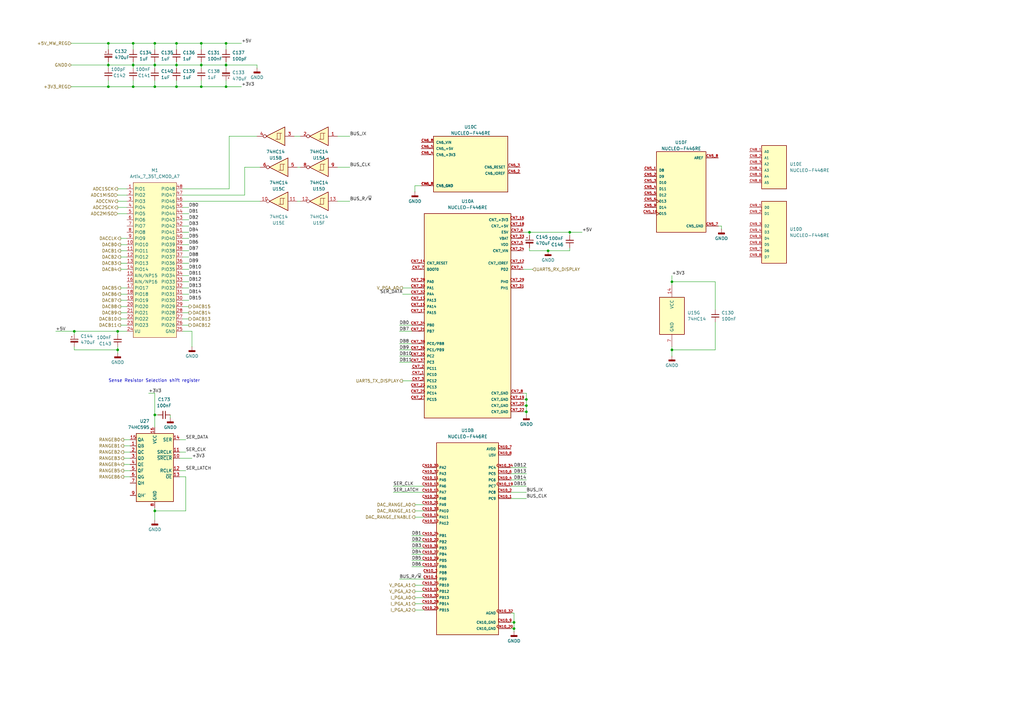
<source format=kicad_sch>
(kicad_sch (version 20231120) (generator "eeschema") (generator_version "8.0")
  (paper "A3")
  (lib_symbols
    (symbol "74xx:74HC14" (pin_names (offset 1.016))
      (property "Reference" "U" (at 0 1.27 0))
      (property "Value" "74HC14" (at 0 -1.27 0))
      (symbol "74HC14_1_0"
        (pin input line (at -7.62 0 0) (length 3.81) (name "~") (number "1"))
        (pin output inverted (at 7.62 0 180) (length 3.81) (name "~") (number "2"))
      )
      (symbol "74HC14_2_0"
        (pin input line (at -7.62 0 0) (length 3.81) (name "~") (number "3"))
        (pin output inverted (at 7.62 0 180) (length 3.81) (name "~") (number "4"))
      )
      (symbol "74HC14_3_0"
        (pin input line (at -7.62 0 0) (length 3.81) (name "~") (number "5"))
        (pin output inverted (at 7.62 0 180) (length 3.81) (name "~") (number "6"))
      )
      (symbol "74HC14_4_0"
        (pin output inverted (at 7.62 0 180) (length 3.81) (name "~") (number "8"))
        (pin input line (at -7.62 0 0) (length 3.81) (name "~") (number "9"))
      )
      (symbol "74HC14_5_0"
        (pin output inverted (at 7.62 0 180) (length 3.81) (name "~") (number "10"))
        (pin input line (at -7.62 0 0) (length 3.81) (name "~") (number "11"))
      )
      (symbol "74HC14_6_0"
        (pin output inverted (at 7.62 0 180) (length 3.81) (name "~") (number "12"))
        (pin input line (at -7.62 0 0) (length 3.81) (name "~") (number "13"))
      )
      (symbol "74HC14_7_0"
        (pin power_in line (at 0 12.7 270) (length 5.08) (name "VCC") (number "14"))
        (pin power_in line (at 0 -12.7 90) (length 5.08) (name "GND") (number "7"))
      )
    )
    (symbol "74xx:74HC595"
      (property "Reference" "U" (at -7.62 13.97 0))
      (property "Value" "74HC595" (at -7.62 -16.51 0))
      (symbol "74HC595_1_0"
        (pin tri_state line (at 10.16 7.62 180) (length 2.54) (name "QB") (number "1"))
        (pin input line (at -10.16 2.54 0) (length 2.54) (name "~{SRCLR}") (number "10"))
        (pin input line (at -10.16 5.08 0) (length 2.54) (name "SRCLK") (number "11"))
        (pin input line (at -10.16 -2.54 0) (length 2.54) (name "RCLK") (number "12"))
        (pin input line (at -10.16 -5.08 0) (length 2.54) (name "~{OE}") (number "13"))
        (pin input line (at -10.16 10.16 0) (length 2.54) (name "SER") (number "14"))
        (pin tri_state line (at 10.16 10.16 180) (length 2.54) (name "QA") (number "15"))
        (pin power_in line (at 0 15.24 270) (length 2.54) (name "VCC") (number "16"))
        (pin tri_state line (at 10.16 5.08 180) (length 2.54) (name "QC") (number "2"))
        (pin tri_state line (at 10.16 2.54 180) (length 2.54) (name "QD") (number "3"))
        (pin tri_state line (at 10.16 0 180) (length 2.54) (name "QE") (number "4"))
        (pin tri_state line (at 10.16 -2.54 180) (length 2.54) (name "QF") (number "5"))
        (pin tri_state line (at 10.16 -5.08 180) (length 2.54) (name "QG") (number "6"))
        (pin tri_state line (at 10.16 -7.62 180) (length 2.54) (name "QH") (number "7"))
        (pin power_in line (at 0 -17.78 90) (length 2.54) (name "GND") (number "8"))
        (pin output line (at 10.16 -12.7 180) (length 2.54) (name "QH'") (number "9"))
      )
    )
    (symbol "Device:C_Polarized_Small" (pin_numbers hide) (pin_names (offset 0.254) hide)
      (property "Reference" "C" (at 0.254 1.778 0))
      (property "Value" "C_Polarized_Small" (at 0.254 -2.032 0))
      (symbol "C_Polarized_Small_1_1"
        (pin passive line (at 0 2.54 270) (length 1.8542) (name "~") (number "1"))
        (pin passive line (at 0 -2.54 90) (length 1.8542) (name "~") (number "2"))
      )
    )
    (symbol "Device:C_Small" (pin_numbers hide) (pin_names (offset 0.254) hide)
      (property "Reference" "C" (at 0.254 1.778 0))
      (property "Value" "C_Small" (at 0.254 -2.032 0))
      (symbol "C_Small_1_1"
        (pin passive line (at 0 2.54 270) (length 2.032) (name "~") (number "1"))
        (pin passive line (at 0 -2.54 90) (length 2.032) (name "~") (number "2"))
      )
    )
    (symbol "JRIX FPGA:Artix_7_35T_CMOD_A7"
      (property "Reference" "M" (at 8.89 -62.23 0))
      (property "Value" "Artix_7_35T_CMOD_A7" (at 8.89 3.81 0))
      (symbol "Artix_7_35T_CMOD_A7_1_1"
        (pin bidirectional line (at -2.54 0 0) (length 2.54) (name "PIO1") (number "1"))
        (pin bidirectional line (at -2.54 -22.86 0) (length 2.54) (name "PIO10") (number "10"))
        (pin bidirectional line (at -2.54 -25.4 0) (length 2.54) (name "PIO11") (number "11"))
        (pin bidirectional line (at -2.54 -27.94 0) (length 2.54) (name "PIO12") (number "12"))
        (pin bidirectional line (at -2.54 -30.48 0) (length 2.54) (name "PIO13") (number "13"))
        (pin bidirectional line (at -2.54 -33.02 0) (length 2.54) (name "PIO14") (number "14"))
        (pin input line (at -2.54 -35.56 0) (length 2.54) (name "AIN/NP15") (number "15"))
        (pin input line (at -2.54 -38.1 0) (length 2.54) (name "AIN/NP16") (number "16"))
        (pin bidirectional line (at -2.54 -40.64 0) (length 2.54) (name "PIO17") (number "17"))
        (pin bidirectional line (at -2.54 -43.18 0) (length 2.54) (name "PIO18") (number "18"))
        (pin bidirectional line (at -2.54 -45.72 0) (length 2.54) (name "PIO19") (number "19"))
        (pin bidirectional line (at -2.54 -2.54 0) (length 2.54) (name "PIO2") (number "2"))
        (pin bidirectional line (at -2.54 -48.26 0) (length 2.54) (name "PIO20") (number "20"))
        (pin bidirectional line (at -2.54 -50.8 0) (length 2.54) (name "PIO21") (number "21"))
        (pin bidirectional line (at -2.54 -53.34 0) (length 2.54) (name "PIO22") (number "22"))
        (pin bidirectional line (at -2.54 -55.88 0) (length 2.54) (name "PIO23") (number "23"))
        (pin power_in line (at -2.54 -58.42 0) (length 2.54) (name "VU") (number "24"))
        (pin power_in line (at 20.32 -58.42 180) (length 2.54) (name "GND") (number "25"))
        (pin bidirectional line (at 20.32 -55.88 180) (length 2.54) (name "PIO26") (number "26"))
        (pin bidirectional line (at 20.32 -53.34 180) (length 2.54) (name "PIO27") (number "27"))
        (pin bidirectional line (at 20.32 -50.8 180) (length 2.54) (name "PIO28") (number "28"))
        (pin bidirectional line (at 20.32 -48.26 180) (length 2.54) (name "PIO29") (number "29"))
        (pin bidirectional line (at -2.54 -5.08 0) (length 2.54) (name "PIO3") (number "3"))
        (pin bidirectional line (at 20.32 -45.72 180) (length 2.54) (name "PIO30") (number "30"))
        (pin bidirectional line (at 20.32 -43.18 180) (length 2.54) (name "PIO31") (number "31"))
        (pin bidirectional line (at 20.32 -40.64 180) (length 2.54) (name "PIO32") (number "32"))
        (pin bidirectional line (at 20.32 -38.1 180) (length 2.54) (name "PIO33") (number "33"))
        (pin bidirectional line (at 20.32 -35.56 180) (length 2.54) (name "PIO34") (number "34"))
        (pin bidirectional line (at 20.32 -33.02 180) (length 2.54) (name "PIO35") (number "35"))
        (pin bidirectional line (at 20.32 -30.48 180) (length 2.54) (name "PIO36") (number "36"))
        (pin bidirectional line (at 20.32 -27.94 180) (length 2.54) (name "PIO37") (number "37"))
        (pin bidirectional line (at 20.32 -25.4 180) (length 2.54) (name "PIO38") (number "38"))
        (pin bidirectional line (at 20.32 -22.86 180) (length 2.54) (name "PIO39") (number "39"))
        (pin bidirectional line (at -2.54 -7.62 0) (length 2.54) (name "PIO4") (number "4"))
        (pin bidirectional line (at 20.32 -20.32 180) (length 2.54) (name "PIO40") (number "40"))
        (pin bidirectional line (at 20.32 -17.78 180) (length 2.54) (name "PIO41") (number "41"))
        (pin bidirectional line (at 20.32 -15.24 180) (length 2.54) (name "PIO42") (number "42"))
        (pin bidirectional line (at 20.32 -12.7 180) (length 2.54) (name "PIO43") (number "43"))
        (pin bidirectional line (at 20.32 -10.16 180) (length 2.54) (name "PIO44") (number "44"))
        (pin bidirectional line (at 20.32 -7.62 180) (length 2.54) (name "PIO45") (number "45"))
        (pin bidirectional line (at 20.32 -5.08 180) (length 2.54) (name "PIO46") (number "46"))
        (pin bidirectional line (at 20.32 -2.54 180) (length 2.54) (name "PIO47") (number "47"))
        (pin bidirectional line (at 20.32 0 180) (length 2.54) (name "PIO48") (number "48"))
        (pin bidirectional line (at -2.54 -10.16 0) (length 2.54) (name "PIO5") (number "5"))
        (pin bidirectional line (at -2.54 -12.7 0) (length 2.54) (name "PIO6") (number "6"))
        (pin bidirectional line (at -2.54 -15.24 0) (length 2.54) (name "PIO7") (number "7"))
        (pin bidirectional line (at -2.54 -17.78 0) (length 2.54) (name "PIO8") (number "8"))
        (pin bidirectional line (at -2.54 -20.32 0) (length 2.54) (name "PIO9") (number "9"))
      )
    )
    (symbol "JRIX STM32 Development Boards:NUCLEO-F446RE" (pin_names (offset 1.016))
      (property "Reference" "U" (at -17.78 41.91 0))
      (property "Value" "NUCLEO-F446RE" (at -17.78 -44.45 0))
      (symbol "NUCLEO-F446RE_1_0"
        (pin bidirectional line (at -22.86 -25.4 0) (length 5.08) (name "PC10") (number "CN7_1"))
        (pin no_connect line (at -22.86 33.02 0) (length 5.08) hide (name "NC") (number "CN7_10"))
        (pin no_connect line (at -22.86 30.48 0) (length 5.08) hide (name "PF7") (number "CN7_11"))
        (pin bidirectional line (at 22.86 20.32 180) (length 5.08) (name "CN7_IOREF") (number "CN7_12"))
        (pin bidirectional line (at -22.86 5.08 0) (length 5.08) (name "PA13") (number "CN7_13"))
        (pin bidirectional line (at -22.86 20.32 0) (length 5.08) (name "CN7_RESET") (number "CN7_14"))
        (pin bidirectional line (at -22.86 2.54 0) (length 5.08) (name "PA14") (number "CN7_15"))
        (pin power_in line (at 22.86 38.1 180) (length 5.08) (name "CN7_+3V3") (number "CN7_16"))
        (pin bidirectional line (at -22.86 0 0) (length 5.08) (name "PA15") (number "CN7_17"))
        (pin power_in line (at 22.86 35.56 180) (length 5.08) (name "CN7_+5V") (number "CN7_18"))
        (pin power_in line (at 22.86 -35.56 180) (length 5.08) (name "CN7_GND") (number "CN7_19"))
        (pin bidirectional line (at -22.86 -22.86 0) (length 5.08) (name "PC11") (number "CN7_2"))
        (pin power_in line (at 22.86 -38.1 180) (length 5.08) (name "CN7_GND") (number "CN7_20"))
        (pin bidirectional line (at -22.86 -7.62 0) (length 5.08) (name "PB7") (number "CN7_21"))
        (pin power_in line (at 22.86 -40.64 180) (length 5.08) (name "CN7_GND") (number "CN7_22"))
        (pin bidirectional line (at -22.86 -30.48 0) (length 5.08) (name "PC13") (number "CN7_23"))
        (pin power_in line (at 22.86 25.4 180) (length 5.08) (name "CN7_VIN") (number "CN7_24"))
        (pin bidirectional line (at -22.86 -33.02 0) (length 5.08) (name "PC14") (number "CN7_25"))
        (pin no_connect line (at -22.86 38.1 0) (length 5.08) hide (name "NC") (number "CN7_26"))
        (pin bidirectional line (at -22.86 -35.56 0) (length 5.08) (name "PC15") (number "CN7_27"))
        (pin bidirectional line (at -22.86 12.7 0) (length 5.08) (name "PA0") (number "CN7_28"))
        (pin bidirectional line (at 22.86 12.7 180) (length 5.08) (name "PH0") (number "CN7_29"))
        (pin bidirectional line (at -22.86 -27.94 0) (length 5.08) (name "PC12") (number "CN7_3"))
        (pin bidirectional line (at -22.86 10.16 0) (length 5.08) (name "PA1") (number "CN7_30"))
        (pin bidirectional line (at 22.86 10.16 180) (length 5.08) (name "PH1") (number "CN7_31"))
        (pin bidirectional line (at -22.86 7.62 0) (length 5.08) (name "PA4") (number "CN7_32"))
        (pin power_in line (at 22.86 30.48 180) (length 5.08) (name "VBAT") (number "CN7_33"))
        (pin bidirectional line (at -22.86 -5.08 0) (length 5.08) (name "PB0") (number "CN7_34"))
        (pin bidirectional line (at -22.86 -17.78 0) (length 5.08) (name "PC2") (number "CN7_35"))
        (pin bidirectional line (at -22.86 -15.24 0) (length 5.08) (name "PC1/PB9") (number "CN7_36"))
        (pin bidirectional line (at -22.86 -20.32 0) (length 5.08) (name "PC3") (number "CN7_37"))
        (pin bidirectional line (at -22.86 -12.7 0) (length 5.08) (name "PC0/PB8") (number "CN7_38"))
        (pin bidirectional line (at 22.86 17.78 180) (length 5.08) (name "PD2") (number "CN7_4"))
        (pin power_in line (at 22.86 27.94 180) (length 5.08) (name "VDD") (number "CN7_5"))
        (pin power_in line (at 22.86 33.02 180) (length 5.08) (name "E5V") (number "CN7_6"))
        (pin bidirectional line (at -22.86 17.78 0) (length 5.08) (name "BOOT0") (number "CN7_7"))
        (pin power_in line (at 22.86 -33.02 180) (length 5.08) (name "CN7_GND") (number "CN7_8"))
        (pin no_connect line (at -22.86 35.56 0) (length 5.08) hide (name "PF6") (number "CN7_9"))
      )
      (symbol "NUCLEO-F446RE_2_0"
        (pin bidirectional line (at 17.78 15.24 180) (length 5.08) (name "PC9") (number "CN10_1"))
        (pin no_connect line (at -17.78 33.02 0) (length 5.08) hide (name "NC") (number "CN10_10"))
        (pin bidirectional line (at -17.78 22.86 0) (length 5.08) (name "PA5") (number "CN10_11"))
        (pin bidirectional line (at -17.78 5.08 0) (length 5.08) (name "PA12") (number "CN10_12"))
        (pin bidirectional line (at -17.78 20.32 0) (length 5.08) (name "PA6") (number "CN10_13"))
        (pin bidirectional line (at -17.78 7.62 0) (length 5.08) (name "PA11") (number "CN10_14"))
        (pin bidirectional line (at -17.78 17.78 0) (length 5.08) (name "PA7") (number "CN10_15"))
        (pin bidirectional line (at -17.78 -22.86 0) (length 5.08) (name "PB12") (number "CN10_16"))
        (pin bidirectional line (at -17.78 -12.7 0) (length 5.08) (name "PB6") (number "CN10_17"))
        (pin no_connect line (at -17.78 30.48 0) (length 5.08) hide (name "NC") (number "CN10_18"))
        (pin bidirectional line (at 17.78 20.32 180) (length 5.08) (name "PC7") (number "CN10_19"))
        (pin bidirectional line (at 17.78 17.78 180) (length 5.08) (name "PC8") (number "CN10_2"))
        (pin power_in line (at 17.78 -38.1 180) (length 5.08) (name "CN10_GND") (number "CN10_20"))
        (pin bidirectional line (at -17.78 12.7 0) (length 5.08) (name "PA9") (number "CN10_21"))
        (pin bidirectional line (at -17.78 -2.54 0) (length 5.08) (name "PB2") (number "CN10_22"))
        (pin bidirectional line (at -17.78 15.24 0) (length 5.08) (name "PA8") (number "CN10_23"))
        (pin bidirectional line (at -17.78 0 0) (length 5.08) (name "PB1") (number "CN10_24"))
        (pin bidirectional line (at -17.78 -20.32 0) (length 5.08) (name "PB10") (number "CN10_25"))
        (pin bidirectional line (at -17.78 -30.48 0) (length 5.08) (name "PB15") (number "CN10_26"))
        (pin bidirectional line (at -17.78 -7.62 0) (length 5.08) (name "PB4") (number "CN10_27"))
        (pin bidirectional line (at -17.78 -27.94 0) (length 5.08) (name "PB14") (number "CN10_28"))
        (pin bidirectional line (at -17.78 -10.16 0) (length 5.08) (name "PB5") (number "CN10_29"))
        (pin bidirectional line (at -17.78 -15.24 0) (length 5.08) (name "PB8") (number "CN10_3"))
        (pin bidirectional line (at -17.78 -25.4 0) (length 5.08) (name "PB13") (number "CN10_30"))
        (pin bidirectional line (at -17.78 -5.08 0) (length 5.08) (name "PB3") (number "CN10_31"))
        (pin power_in line (at 17.78 -31.75 180) (length 5.08) (name "AGND") (number "CN10_32"))
        (pin bidirectional line (at -17.78 10.16 0) (length 5.08) (name "PA10") (number "CN10_33"))
        (pin bidirectional line (at 17.78 27.94 180) (length 5.08) (name "PC4") (number "CN10_34"))
        (pin bidirectional line (at -17.78 27.94 0) (length 5.08) (name "PA2") (number "CN10_35"))
        (pin no_connect line (at 17.78 11.43 180) (length 5.08) hide (name "NC") (number "CN10_36"))
        (pin bidirectional line (at -17.78 25.4 0) (length 5.08) (name "PA3") (number "CN10_37"))
        (pin no_connect line (at -17.78 35.56 0) (length 5.08) hide (name "NC") (number "CN10_38"))
        (pin bidirectional line (at 17.78 22.86 180) (length 5.08) (name "PC6") (number "CN10_4"))
        (pin bidirectional line (at -17.78 -17.78 0) (length 5.08) (name "PB9") (number "CN10_5"))
        (pin bidirectional line (at 17.78 25.4 180) (length 5.08) (name "PC5") (number "CN10_6"))
        (pin power_in line (at 17.78 35.56 180) (length 5.08) (name "AVDD") (number "CN10_7"))
        (pin power_in line (at 17.78 33.02 180) (length 5.08) (name "U5V") (number "CN10_8"))
        (pin power_in line (at 17.78 -35.56 180) (length 5.08) (name "CN10_GND") (number "CN10_9"))
      )
      (symbol "NUCLEO-F446RE_3_0"
        (pin no_connect line (at -20.32 -8.89 0) (length 5.08) hide (name "NC") (number "CN6_1"))
        (pin bidirectional line (at -20.32 -5.08 0) (length 5.08) (name "CN6_IOREF") (number "CN6_2"))
        (pin bidirectional line (at -20.32 -2.54 0) (length 5.08) (name "CN6_RESET") (number "CN6_3"))
        (pin power_in line (at 20.32 2.54 180) (length 5.08) (name "CN6_+3V3") (number "CN6_4"))
        (pin power_in line (at 20.32 5.08 180) (length 5.08) (name "CN6_+5V") (number "CN6_5"))
        (pin power_in line (at 20.32 -10.16 180) (length 5.08) (name "CN6_GND") (number "CN6_6"))
        (pin power_in line (at 20.32 -10.16 180) (length 5.08) (name "CN6_GND") (number "CN6_7"))
        (pin power_in line (at 20.32 7.62 180) (length 5.08) (name "CN6_VIN") (number "CN6_8"))
      )
      (symbol "NUCLEO-F446RE_4_0"
        (pin input line (at -10.16 10.16 0) (length 5.08) (name "D0") (number "CN9_1"))
        (pin output line (at -10.16 7.62 0) (length 5.08) (name "D1") (number "CN9_2"))
        (pin bidirectional line (at -10.16 2.54 0) (length 5.08) (name "D2") (number "CN9_3"))
        (pin bidirectional line (at -10.16 0 0) (length 5.08) (name "D3") (number "CN9_4"))
        (pin bidirectional line (at -10.16 -2.54 0) (length 5.08) (name "D4") (number "CN9_5"))
        (pin bidirectional line (at -10.16 -5.08 0) (length 5.08) (name "D5") (number "CN9_6"))
        (pin bidirectional line (at -10.16 -7.62 0) (length 5.08) (name "D6") (number "CN9_7"))
        (pin bidirectional line (at -10.16 -10.16 0) (length 5.08) (name "D7") (number "CN9_8"))
      )
      (symbol "NUCLEO-F446RE_5_0"
        (pin input line (at -10.16 5.08 0) (length 5.08) (name "A0") (number "CN8_1"))
        (pin input line (at -10.16 2.54 0) (length 5.08) (name "A1") (number "CN8_2"))
        (pin input line (at -10.16 0 0) (length 5.08) (name "A2") (number "CN8_3"))
        (pin input line (at -10.16 -2.54 0) (length 5.08) (name "A3") (number "CN8_4"))
        (pin input line (at -10.16 -5.08 0) (length 5.08) (name "A4") (number "CN8_5"))
        (pin input line (at -10.16 -7.62 0) (length 5.08) (name "A5") (number "CN8_6"))
      )
      (symbol "NUCLEO-F446RE_6_0"
        (pin bidirectional line (at -15.24 7.62 0) (length 5.08) (name "D8") (number "CN5_1"))
        (pin bidirectional clock (at -15.24 -10.16 0) (length 5.08) (name "D15") (number "CN5_10"))
        (pin bidirectional line (at -15.24 5.08 0) (length 5.08) (name "D9") (number "CN5_2"))
        (pin bidirectional line (at -15.24 2.54 0) (length 5.08) (name "D10") (number "CN5_3"))
        (pin bidirectional line (at -15.24 0 0) (length 5.08) (name "D11") (number "CN5_4"))
        (pin bidirectional line (at -15.24 -2.54 0) (length 5.08) (name "D12") (number "CN5_5"))
        (pin bidirectional clock (at -15.24 -5.08 0) (length 5.08) (name "D13") (number "CN5_6"))
        (pin power_in line (at 15.24 -15.24 180) (length 5.08) (name "CN5_GND") (number "CN5_7"))
        (pin power_in line (at 15.24 12.7 180) (length 5.08) (name "AREF") (number "CN5_8"))
        (pin bidirectional line (at -15.24 -7.62 0) (length 5.08) (name "D14") (number "CN5_9"))
      )
    )
    (symbol "power:GNDD" (power) (pin_numbers hide) (pin_names (offset 0) hide)
      (property "Value" "GNDD" (at 0 -3.175 0))
      (symbol "GNDD_1_1"
        (pin power_in line (at 0 0 270) (length 0) (name "~") (number "1"))
      )
    )
  )
  (junction (at 30.48 135.89))
  (junction (at 82.55 26.67))
  (junction (at 63.5 26.67))
  (junction (at 72.39 26.67))
  (junction (at 44.45 26.67))
  (junction (at 82.55 17.78))
  (junction (at 233.68 95.25))
  (junction (at 48.26 143.51))
  (junction (at 215.9 166.37))
  (junction (at 217.17 95.25))
  (junction (at 210.82 255.27))
  (junction (at 44.45 17.78))
  (junction (at 92.71 17.78))
  (junction (at 92.71 35.56))
  (junction (at 215.9 163.83))
  (junction (at 54.61 26.67))
  (junction (at 224.79 102.87))
  (junction (at 63.5 17.78))
  (junction (at 92.71 26.67))
  (junction (at 210.82 257.81))
  (junction (at 63.5 170.18))
  (junction (at 82.55 35.56))
  (junction (at 63.5 209.55))
  (junction (at 72.39 35.56))
  (junction (at 54.61 17.78))
  (junction (at 44.45 35.56))
  (junction (at 54.61 35.56))
  (junction (at 275.59 115.57))
  (junction (at 63.5 35.56))
  (junction (at 215.9 168.91))
  (junction (at 48.26 135.89))
  (junction (at 275.59 143.51))
  (junction (at 72.39 17.78))
  (wire (pts (xy 224.79 102.87) (xy 233.68 102.87)))
  (wire (pts (xy 74.93 97.79) (xy 77.47 97.79)))
  (wire (pts (xy 72.39 35.56) (xy 72.39 33.02)))
  (wire (pts (xy 74.93 105.41) (xy 77.47 105.41)))
  (wire (pts (xy 161.29 199.39) (xy 173.99 199.39)))
  (wire (pts (xy 74.93 125.73) (xy 77.47 125.73)))
  (wire (pts (xy 72.39 25.4) (xy 72.39 26.67)))
  (wire (pts (xy 50.8 193.04) (xy 53.34 193.04)))
  (wire (pts (xy 165.1 118.11) (xy 168.91 118.11)))
  (wire (pts (xy 92.71 35.56) (xy 99.06 35.56)))
  (wire (pts (xy 74.93 82.55) (xy 106.68 82.55)))
  (wire (pts (xy 82.55 17.78) (xy 92.71 17.78)))
  (wire (pts (xy 100.33 80.01) (xy 100.33 68.58)))
  (wire (pts (xy 50.8 195.58) (xy 53.34 195.58)))
  (wire (pts (xy 93.98 77.47) (xy 93.98 55.88)))
  (wire (pts (xy 49.53 110.49) (xy 52.07 110.49)))
  (wire (pts (xy 209.55 255.27) (xy 210.82 255.27)))
  (wire (pts (xy 163.83 237.49) (xy 173.99 237.49)))
  (wire (pts (xy 170.18 247.65) (xy 173.99 247.65)))
  (wire (pts (xy 48.26 143.51) (xy 48.26 144.78)))
  (wire (pts (xy 74.93 77.47) (xy 93.98 77.47)))
  (wire (pts (xy 30.48 143.51) (xy 30.48 142.24)))
  (wire (pts (xy 93.98 55.88) (xy 105.41 55.88)))
  (wire (pts (xy 49.53 130.81) (xy 52.07 130.81)))
  (wire (pts (xy 275.59 142.24) (xy 275.59 143.51)))
  (wire (pts (xy 44.45 26.67) (xy 44.45 27.94)))
  (wire (pts (xy 63.5 161.29) (xy 60.96 161.29)))
  (wire (pts (xy 76.2 209.55) (xy 63.5 209.55)))
  (wire (pts (xy 217.17 95.25) (xy 233.68 95.25)))
  (wire (pts (xy 73.66 195.58) (xy 76.2 195.58)))
  (wire (pts (xy 92.71 17.78) (xy 99.06 17.78)))
  (wire (pts (xy 77.47 128.27) (xy 74.93 128.27)))
  (wire (pts (xy 54.61 17.78) (xy 63.5 17.78)))
  (wire (pts (xy 63.5 35.56) (xy 63.5 33.02)))
  (wire (pts (xy 74.93 80.01) (xy 100.33 80.01)))
  (wire (pts (xy 82.55 35.56) (xy 82.55 33.02)))
  (wire (pts (xy 293.37 143.51) (xy 293.37 132.08)))
  (wire (pts (xy 30.48 143.51) (xy 48.26 143.51)))
  (wire (pts (xy 49.53 102.87) (xy 52.07 102.87)))
  (wire (pts (xy 163.83 140.97) (xy 168.91 140.97)))
  (wire (pts (xy 168.91 222.25) (xy 173.99 222.25)))
  (wire (pts (xy 63.5 26.67) (xy 72.39 26.67)))
  (wire (pts (xy 74.93 107.95) (xy 77.47 107.95)))
  (wire (pts (xy 73.66 187.96) (xy 78.74 187.96)))
  (wire (pts (xy 217.17 96.52) (xy 217.17 95.25)))
  (wire (pts (xy 210.82 257.81) (xy 210.82 259.08)))
  (wire (pts (xy 82.55 35.56) (xy 92.71 35.56)))
  (wire (pts (xy 74.93 100.33) (xy 77.47 100.33)))
  (wire (pts (xy 49.53 133.35) (xy 52.07 133.35)))
  (wire (pts (xy 54.61 35.56) (xy 54.61 33.02)))
  (wire (pts (xy 73.66 193.04) (xy 76.2 193.04)))
  (wire (pts (xy 294.64 92.71) (xy 295.91 92.71)))
  (wire (pts (xy 209.55 201.93) (xy 215.9 201.93)))
  (wire (pts (xy 170.18 212.09) (xy 173.99 212.09)))
  (wire (pts (xy 74.93 87.63) (xy 77.47 87.63)))
  (wire (pts (xy 214.63 166.37) (xy 215.9 166.37)))
  (wire (pts (xy 74.93 120.65) (xy 77.47 120.65)))
  (wire (pts (xy 209.55 191.77) (xy 215.9 191.77)))
  (wire (pts (xy 172.72 76.2) (xy 170.18 76.2)))
  (wire (pts (xy 63.5 35.56) (xy 72.39 35.56)))
  (wire (pts (xy 123.19 55.88) (xy 120.65 55.88)))
  (wire (pts (xy 170.18 240.03) (xy 173.99 240.03)))
  (wire (pts (xy 44.45 17.78) (xy 54.61 17.78)))
  (wire (pts (xy 63.5 26.67) (xy 63.5 27.94)))
  (wire (pts (xy 54.61 35.56) (xy 63.5 35.56)))
  (wire (pts (xy 82.55 26.67) (xy 82.55 27.94)))
  (wire (pts (xy 138.43 68.58) (xy 143.51 68.58)))
  (wire (pts (xy 293.37 115.57) (xy 275.59 115.57)))
  (wire (pts (xy 63.5 209.55) (xy 63.5 213.36)))
  (wire (pts (xy 72.39 17.78) (xy 82.55 17.78)))
  (wire (pts (xy 44.45 26.67) (xy 54.61 26.67)))
  (wire (pts (xy 29.21 35.56) (xy 44.45 35.56)))
  (wire (pts (xy 63.5 161.29) (xy 63.5 170.18)))
  (wire (pts (xy 163.83 133.35) (xy 168.91 133.35)))
  (wire (pts (xy 50.8 182.88) (xy 53.34 182.88)))
  (wire (pts (xy 44.45 35.56) (xy 54.61 35.56)))
  (wire (pts (xy 214.63 163.83) (xy 215.9 163.83)))
  (wire (pts (xy 48.26 77.47) (xy 52.07 77.47)))
  (wire (pts (xy 54.61 26.67) (xy 63.5 26.67)))
  (wire (pts (xy 214.63 161.29) (xy 215.9 161.29)))
  (wire (pts (xy 163.83 148.59) (xy 168.91 148.59)))
  (wire (pts (xy 73.66 185.42) (xy 76.2 185.42)))
  (wire (pts (xy 50.8 185.42) (xy 53.34 185.42)))
  (wire (pts (xy 215.9 161.29) (xy 215.9 163.83)))
  (wire (pts (xy 49.53 107.95) (xy 52.07 107.95)))
  (wire (pts (xy 215.9 163.83) (xy 215.9 166.37)))
  (wire (pts (xy 48.26 137.16) (xy 48.26 135.89)))
  (wire (pts (xy 48.26 82.55) (xy 52.07 82.55)))
  (wire (pts (xy 92.71 26.67) (xy 105.41 26.67)))
  (wire (pts (xy 44.45 25.4) (xy 44.45 26.67)))
  (wire (pts (xy 50.8 180.34) (xy 53.34 180.34)))
  (wire (pts (xy 105.41 26.67) (xy 105.41 27.94)))
  (wire (pts (xy 74.93 118.11) (xy 77.47 118.11)))
  (wire (pts (xy 215.9 168.91) (xy 215.9 170.18)))
  (wire (pts (xy 168.91 219.71) (xy 173.99 219.71)))
  (wire (pts (xy 210.82 251.46) (xy 210.82 255.27)))
  (wire (pts (xy 49.53 105.41) (xy 52.07 105.41)))
  (wire (pts (xy 275.59 143.51) (xy 275.59 146.05)))
  (wire (pts (xy 217.17 102.87) (xy 224.79 102.87)))
  (wire (pts (xy 163.83 143.51) (xy 168.91 143.51)))
  (wire (pts (xy 78.74 135.89) (xy 78.74 142.24)))
  (wire (pts (xy 170.18 209.55) (xy 173.99 209.55)))
  (wire (pts (xy 92.71 35.56) (xy 92.71 33.02)))
  (wire (pts (xy 293.37 127) (xy 293.37 115.57)))
  (wire (pts (xy 168.91 229.87) (xy 173.99 229.87)))
  (wire (pts (xy 82.55 25.4) (xy 82.55 26.67)))
  (wire (pts (xy 63.5 17.78) (xy 63.5 20.32)))
  (wire (pts (xy 168.91 232.41) (xy 173.99 232.41)))
  (wire (pts (xy 77.47 130.81) (xy 74.93 130.81)))
  (wire (pts (xy 49.53 100.33) (xy 52.07 100.33)))
  (wire (pts (xy 74.93 115.57) (xy 77.47 115.57)))
  (wire (pts (xy 63.5 208.28) (xy 63.5 209.55)))
  (wire (pts (xy 170.18 242.57) (xy 173.99 242.57)))
  (wire (pts (xy 54.61 17.78) (xy 54.61 20.32)))
  (wire (pts (xy 74.93 92.71) (xy 77.47 92.71)))
  (wire (pts (xy 209.55 204.47) (xy 215.9 204.47)))
  (wire (pts (xy 100.33 68.58) (xy 106.68 68.58)))
  (wire (pts (xy 74.93 135.89) (xy 78.74 135.89)))
  (wire (pts (xy 73.66 180.34) (xy 76.2 180.34)))
  (wire (pts (xy 50.8 190.5) (xy 53.34 190.5)))
  (wire (pts (xy 29.21 17.78) (xy 44.45 17.78)))
  (wire (pts (xy 275.59 113.03) (xy 275.59 115.57)))
  (wire (pts (xy 275.59 115.57) (xy 275.59 116.84)))
  (wire (pts (xy 63.5 170.18) (xy 64.77 170.18)))
  (wire (pts (xy 22.86 135.89) (xy 30.48 135.89)))
  (wire (pts (xy 49.53 125.73) (xy 52.07 125.73)))
  (wire (pts (xy 170.18 245.11) (xy 173.99 245.11)))
  (wire (pts (xy 123.19 68.58) (xy 121.92 68.58)))
  (wire (pts (xy 29.21 26.67) (xy 44.45 26.67)))
  (wire (pts (xy 74.93 123.19) (xy 77.47 123.19)))
  (wire (pts (xy 82.55 17.78) (xy 82.55 20.32)))
  (wire (pts (xy 49.53 118.11) (xy 52.07 118.11)))
  (wire (pts (xy 49.53 128.27) (xy 52.07 128.27)))
  (wire (pts (xy 48.26 135.89) (xy 52.07 135.89)))
  (wire (pts (xy 74.93 110.49) (xy 77.47 110.49)))
  (wire (pts (xy 63.5 170.18) (xy 63.5 175.26)))
  (wire (pts (xy 48.26 85.09) (xy 52.07 85.09)))
  (wire (pts (xy 209.55 199.39) (xy 215.9 199.39)))
  (wire (pts (xy 92.71 26.67) (xy 92.71 27.94)))
  (wire (pts (xy 170.18 250.19) (xy 173.99 250.19)))
  (wire (pts (xy 50.8 187.96) (xy 53.34 187.96)))
  (wire (pts (xy 209.55 251.46) (xy 210.82 251.46)))
  (wire (pts (xy 69.85 171.45) (xy 69.85 170.18)))
  (wire (pts (xy 49.53 120.65) (xy 52.07 120.65)))
  (wire (pts (xy 123.19 82.55) (xy 121.92 82.55)))
  (wire (pts (xy 72.39 35.56) (xy 82.55 35.56)))
  (wire (pts (xy 30.48 135.89) (xy 48.26 135.89)))
  (wire (pts (xy 49.53 123.19) (xy 52.07 123.19)))
  (wire (pts (xy 72.39 17.78) (xy 72.39 20.32)))
  (wire (pts (xy 92.71 17.78) (xy 92.71 20.32)))
  (wire (pts (xy 48.26 80.01) (xy 52.07 80.01)))
  (wire (pts (xy 209.55 194.31) (xy 215.9 194.31)))
  (wire (pts (xy 54.61 26.67) (xy 54.61 27.94)))
  (wire (pts (xy 49.53 97.79) (xy 52.07 97.79)))
  (wire (pts (xy 275.59 143.51) (xy 293.37 143.51)))
  (wire (pts (xy 214.63 110.49) (xy 218.44 110.49)))
  (wire (pts (xy 163.83 135.89) (xy 168.91 135.89)))
  (wire (pts (xy 238.76 95.25) (xy 233.68 95.25)))
  (wire (pts (xy 63.5 25.4) (xy 63.5 26.67)))
  (wire (pts (xy 170.18 76.2) (xy 170.18 78.74)))
  (wire (pts (xy 48.26 142.24) (xy 48.26 143.51)))
  (wire (pts (xy 82.55 26.67) (xy 92.71 26.67)))
  (wire (pts (xy 74.93 95.25) (xy 77.47 95.25)))
  (wire (pts (xy 233.68 102.87) (xy 233.68 101.6)))
  (wire (pts (xy 72.39 26.67) (xy 82.55 26.67)))
  (wire (pts (xy 214.63 95.25) (xy 217.17 95.25)))
  (wire (pts (xy 209.55 196.85) (xy 215.9 196.85)))
  (wire (pts (xy 214.63 168.91) (xy 215.9 168.91)))
  (wire (pts (xy 74.93 90.17) (xy 77.47 90.17)))
  (wire (pts (xy 44.45 17.78) (xy 44.45 20.32)))
  (wire (pts (xy 170.18 207.01) (xy 173.99 207.01)))
  (wire (pts (xy 209.55 257.81) (xy 210.82 257.81)))
  (wire (pts (xy 217.17 101.6) (xy 217.17 102.87)))
  (wire (pts (xy 168.91 227.33) (xy 173.99 227.33)))
  (wire (pts (xy 54.61 25.4) (xy 54.61 26.67)))
  (wire (pts (xy 63.5 17.78) (xy 72.39 17.78)))
  (wire (pts (xy 92.71 25.4) (xy 92.71 26.67)))
  (wire (pts (xy 72.39 26.67) (xy 72.39 27.94)))
  (wire (pts (xy 165.1 156.21) (xy 168.91 156.21)))
  (wire (pts (xy 77.47 133.35) (xy 74.93 133.35)))
  (wire (pts (xy 161.29 201.93) (xy 173.99 201.93)))
  (wire (pts (xy 163.83 146.05) (xy 168.91 146.05)))
  (wire (pts (xy 168.91 224.79) (xy 173.99 224.79)))
  (wire (pts (xy 138.43 82.55) (xy 143.51 82.55)))
  (wire (pts (xy 138.43 55.88) (xy 143.51 55.88)))
  (wire (pts (xy 215.9 166.37) (xy 215.9 168.91)))
  (wire (pts (xy 76.2 195.58) (xy 76.2 209.55)))
  (wire (pts (xy 30.48 137.16) (xy 30.48 135.89)))
  (wire (pts (xy 165.1 120.65) (xy 168.91 120.65)))
  (wire (pts (xy 74.93 102.87) (xy 77.47 102.87)))
  (wire (pts (xy 44.45 35.56) (xy 44.45 33.02)))
  (wire (pts (xy 210.82 255.27) (xy 210.82 257.81)))
  (wire (pts (xy 48.26 87.63) (xy 52.07 87.63)))
  (wire (pts (xy 233.68 96.52) (xy 233.68 95.25)))
  (wire (pts (xy 295.91 92.71) (xy 295.91 93.98)))
  (wire (pts (xy 74.93 113.03) (xy 77.47 113.03)))
  (wire (pts (xy 74.93 85.09) (xy 77.47 85.09)))
  (text "Sense Resistor Selection shift register" (at 63.246 156.21 0) (effects (font (size 1.27 1.27))))
  (label "BUS_R{slash}~{W}" (at 163.83 237.49 0))
  (label "DB4" (at 168.91 227.33 0))
  (label "DB11" (at 77.47 113.03 0))
  (label "DB9" (at 163.83 143.51 0))
  (label "DB15" (at 77.47 123.19 0))
  (label "DB13" (at 77.47 118.11 0))
  (label "DB2" (at 168.91 222.25 0))
  (label "DB8" (at 77.47 105.41 0))
  (label "DB14" (at 77.47 120.65 0))
  (label "SER_CLK" (at 161.29 199.39 0))
  (label "DB1" (at 168.91 219.71 0))
  (label "+5V" (at 99.06 17.78 0))
  (label "BUS_IX" (at 143.51 55.88 0))
  (label "+5V" (at 238.76 95.25 0))
  (label "DB15" (at 215.9 199.39 180))
  (label "SER_LATCH" (at 161.29 201.93 0))
  (label "DB10" (at 77.47 110.49 0))
  (label "DB5" (at 77.47 97.79 0))
  (label "DB6" (at 77.47 100.33 0))
  (label "SER_DATA" (at 76.2 180.34 0))
  (label "+3V3" (at 78.74 187.96 0))
  (label "DB3" (at 168.91 224.79 0))
  (label "DB0" (at 163.83 133.35 0))
  (label "+3V3" (at 275.59 113.03 0))
  (label "DB14" (at 215.9 196.85 180))
  (label "DB7" (at 163.83 135.89 0))
  (label "BUS_IX" (at 215.9 201.93 0))
  (label "DB12" (at 215.9 191.77 180))
  (label "BUS_R{slash}~{W}" (at 143.51 82.55 0))
  (label "DB1" (at 77.47 87.63 0))
  (label "DB0" (at 77.47 85.09 0))
  (label "DB12" (at 77.47 115.57 0))
  (label "SER_DATA" (at 165.1 120.65 180))
  (label "DB13" (at 215.9 194.31 180))
  (label "DB2" (at 77.47 90.17 0))
  (label "+5V" (at 22.86 135.89 0))
  (label "BUS_CLK" (at 215.9 204.47 0))
  (label "DB4" (at 77.47 95.25 0))
  (label "DB3" (at 77.47 92.71 0))
  (label "DB10" (at 163.83 146.05 0))
  (label "DB6" (at 168.91 232.41 0))
  (label "DB9" (at 77.47 107.95 0))
  (label "SER_LATCH" (at 76.2 193.04 0))
  (label "BUS_CLK" (at 143.51 68.58 0))
  (label "+3V3" (at 60.96 161.29 0))
  (label "DB11" (at 163.83 148.59 0))
  (label "DB7" (at 77.47 102.87 0))
  (label "DB5" (at 168.91 229.87 0))
  (label "DB8" (at 163.83 140.97 0))
  (label "+3V3" (at 99.06 35.56 0))
  (label "SER_CLK" (at 76.2 185.42 0))
  (hierarchical_label "DAC_RANGE_A0" (shape output) (at 170.18 207.01 180))
  (hierarchical_label "ADC1SCK" (shape output) (at 48.26 77.47 180))
  (hierarchical_label "DACB2" (shape output) (at 49.53 105.41 180))
  (hierarchical_label "DACB10" (shape output) (at 49.53 130.81 180))
  (hierarchical_label "DACB11" (shape output) (at 49.53 133.35 180))
  (hierarchical_label "UART5_TX_DISPLAY" (shape output) (at 165.1 156.21 180))
  (hierarchical_label "DACB15" (shape output) (at 77.47 125.73 0))
  (hierarchical_label "DAC_RANGE_A1" (shape output) (at 170.18 209.55 180))
  (hierarchical_label "RANGEB5" (shape output) (at 50.8 193.04 180))
  (hierarchical_label "DAC_RANGE_ENABLE" (shape output) (at 170.18 212.09 180))
  (hierarchical_label "UART5_RX_DISPLAY" (shape input) (at 218.44 110.49 0))
  (hierarchical_label "DACB5" (shape output) (at 49.53 118.11 180))
  (hierarchical_label "RANGEB6" (shape output) (at 50.8 195.58 180))
  (hierarchical_label "DACB7" (shape output) (at 49.53 123.19 180))
  (hierarchical_label "V_PGA_A0" (shape output) (at 165.1 118.11 180))
  (hierarchical_label "RANGEB1" (shape output) (at 50.8 182.88 180))
  (hierarchical_label "ADCCNV" (shape output) (at 48.26 82.55 180))
  (hierarchical_label "DACB1" (shape output) (at 49.53 102.87 180))
  (hierarchical_label "I_PGA_A2" (shape output) (at 170.18 250.19 180))
  (hierarchical_label "DACB3" (shape output) (at 49.53 107.95 180))
  (hierarchical_label "DACCLK" (shape output) (at 49.53 97.79 180))
  (hierarchical_label "DACB0" (shape output) (at 49.53 100.33 180))
  (hierarchical_label "RANGEB2" (shape output) (at 50.8 185.42 180))
  (hierarchical_label "+5V_MW_REG" (shape input) (at 29.21 17.78 180))
  (hierarchical_label "V_PGA_A2" (shape output) (at 170.18 242.57 180))
  (hierarchical_label "DACB14" (shape output) (at 77.47 128.27 0))
  (hierarchical_label "DACB6" (shape output) (at 49.53 120.65 180))
  (hierarchical_label "I_PGA_A0" (shape output) (at 170.18 245.11 180))
  (hierarchical_label "RANGEB3" (shape output) (at 50.8 187.96 180))
  (hierarchical_label "I_PGA_A1" (shape output) (at 170.18 247.65 180))
  (hierarchical_label "ADC1MISO" (shape input) (at 48.26 80.01 180))
  (hierarchical_label "RANGEB0" (shape output) (at 50.8 180.34 180))
  (hierarchical_label "ADC2MISO" (shape input) (at 48.26 87.63 180))
  (hierarchical_label "DACB8" (shape output) (at 49.53 125.73 180))
  (hierarchical_label "DACB4" (shape output) (at 49.53 110.49 180))
  (hierarchical_label "GNDD" (shape bidirectional) (at 29.21 26.67 180))
  (hierarchical_label "DACB9" (shape output) (at 49.53 128.27 180))
  (hierarchical_label "ADC2SCK" (shape output) (at 48.26 85.09 180))
  (hierarchical_label "DACB13" (shape output) (at 77.47 130.81 0))
  (hierarchical_label "+3V3_REG" (shape input) (at 29.21 35.56 180))
  (hierarchical_label "RANGEB4" (shape output) (at 50.8 190.5 180))
  (hierarchical_label "DACB12" (shape output) (at 77.47 133.35 0))
  (hierarchical_label "V_PGA_A1" (shape output) (at 170.18 240.03 180))
  (symbol (lib_id "power:GNDD") (at 105.41 27.94 0) (unit 1)
    (property "Reference" "#PWR050" (effects (hide yes)))
    (property "Value" "GNDD" (at 105.41 31.75 0))
    (property "Description" "Power symbol creates a global label with name \"GNDD\" , digital ground" (effects (hide yes)))
  )
  (symbol (lib_id "power:GNDD") (at 295.91 93.98 0) (unit 1)
    (property "Reference" "#PWR054" (effects (hide yes)))
    (property "Value" "GNDD" (at 295.91 97.79 0))
    (property "Description" "Power symbol creates a global label with name \"GNDD\" , digital ground" (effects (hide yes)))
  )
  (symbol (lib_id "Device:C_Small") (at 54.61 22.86 0) (unit 1)
    (property "Reference" "C134" (at 57.15 21.5962 0) (effects (justify left)))
    (property "Value" "1uF" (at 57.15 24.1362 0) (effects (justify left)))
    (property "Footprint" "Capacitor_SMD:C_0805_2012Metric_Pad1.18x1.45mm_HandSolder" (effects (hide yes)))
    (property "Description" "Unpolarized capacitor, small symbol" (effects (hide yes)))
  )
  (symbol (lib_id "74xx:74HC14") (at 130.81 68.58 180) (unit 4)
    (property "Reference" "U15" (at 130.81 77.47 0))
    (property "Value" "74HC14" (at 130.81 74.93 0))
    (property "Footprint" "Package_DIP:DIP-14_W7.62mm" (effects (hide yes)))
    (property "Datasheet" "http://www.ti.com/lit/gpn/sn74HC14" (effects (hide yes)))
    (property "Description" "Hex inverter schmitt trigger" (effects (hide yes)))
  )
  (symbol (lib_id "JRIX STM32 Development Boards:NUCLEO-F446RE") (at 317.5 67.31 0) (unit 5)
    (property "Reference" "U10" (at 323.85 67.3099 0) (effects (justify left)))
    (property "Value" "NUCLEO-F446RE" (at 323.85 69.8499 0) (effects (justify left)))
    (property "Footprint" "JRIX STM32 Development Boards Footprint:MODULE_NUCLEO-F446RE" (effects (hide yes)))
    (property "MF" "STMicroelectronics" (effects (hide yes)))
    (property "Package" "None" (effects (hide yes)))
    (property "Price" "None" (effects (hide yes)))
    (property "Check_prices" "https://www.snapeda.com/parts/NUCLEO-F446RE/STMicroelectronics/view-part/?ref=eda" (effects (hide yes)))
    (property "STANDARD" "Manufacturer Recommendations" (effects (hide yes)))
    (property "PARTREV" "13" (effects (hide yes)))
    (property "SnapEDA_Link" "https://www.snapeda.com/parts/NUCLEO-F446RE/STMicroelectronics/view-part/?ref=snap" (effects (hide yes)))
    (property "MP" "NUCLEO-F446RE" (effects (hide yes)))
    (property "Description_1" "\n                        \n                            STM32F446RE, mbed-Enabled Development Nucleo-64 STM32F4 ARM® Cortex®-M4 MCU 32-Bit Embedded Evaluation Board\n                        \n" (effects (hide yes)))
    (property "Availability" "In Stock" (effects (hide yes)))
    (property "MANUFACTURER" "STMicroelectronics" (effects (hide yes)))
  )
  (symbol (lib_id "Device:C_Small") (at 82.55 30.48 0) (unit 1)
    (property "Reference" "C138" (at 85.09 29.2162 0) (effects (justify left)))
    (property "Value" "1uF" (at 85.09 31.7562 0) (effects (justify left)))
    (property "Footprint" "Capacitor_SMD:C_0805_2012Metric_Pad1.18x1.45mm_HandSolder" (effects (hide yes)))
    (property "Description" "Unpolarized capacitor, small symbol" (effects (hide yes)))
  )
  (symbol (lib_id "Device:C_Small") (at 72.39 22.86 0) (unit 1)
    (property "Reference" "C136" (at 74.93 21.5962 0) (effects (justify left)))
    (property "Value" "1uF" (at 74.93 24.1362 0) (effects (justify left)))
    (property "Footprint" "Capacitor_SMD:C_0805_2012Metric_Pad1.18x1.45mm_HandSolder" (effects (hide yes)))
    (property "Description" "Unpolarized capacitor, small symbol" (effects (hide yes)))
  )
  (symbol (lib_id "power:GNDD") (at 78.74 142.24 0) (unit 1)
    (property "Reference" "#PWR055" (effects (hide yes)))
    (property "Value" "GNDD" (at 78.74 146.05 0))
    (property "Description" "Power symbol creates a global label with name \"GNDD\" , digital ground" (effects (hide yes)))
  )
  (symbol (lib_id "Device:C_Polarized_Small") (at 92.71 30.48 180) (unit 1)
    (property "Reference" "C133" (at 95.25 29.756 0) (effects (justify right)))
    (property "Value" "470uF" (at 95.25 32.296 0) (effects (justify right)))
    (property "Footprint" "Capacitor_THT:CP_Radial_D10.0mm_P5.00mm" (effects (hide yes)))
    (property "Description" "Polarized capacitor, small symbol" (effects (hide yes)))
  )
  (symbol (lib_id "Device:C_Small") (at 63.5 30.48 0) (unit 1)
    (property "Reference" "C140" (at 66.04 29.2162 0) (effects (justify left)))
    (property "Value" "1uF" (at 66.04 31.7562 0) (effects (justify left)))
    (property "Footprint" "Capacitor_SMD:C_0805_2012Metric_Pad1.18x1.45mm_HandSolder" (effects (hide yes)))
    (property "Description" "Unpolarized capacitor, small symbol" (effects (hide yes)))
  )
  (symbol (lib_id "power:GNDD") (at 170.18 78.74 0) (unit 1)
    (property "Reference" "#PWR051" (effects (hide yes)))
    (property "Value" "GNDD" (at 170.18 82.55 0))
    (property "Description" "Power symbol creates a global label with name \"GNDD\" , digital ground" (effects (hide yes)))
  )
  (symbol (lib_id "Device:C_Small") (at 44.45 30.48 180) (unit 1)
    (property "Reference" "C142" (at 51.562 30.988 0) (effects (justify left)))
    (property "Value" "100pF" (at 51.562 28.448 0) (effects (justify left)))
    (property "Footprint" "Capacitor_THT:C_Disc_D3.4mm_W2.1mm_P2.50mm" (effects (hide yes)))
    (property "Description" "Unpolarized capacitor, small symbol" (effects (hide yes)))
  )
  (symbol (lib_id "74xx:74HC14") (at 275.59 129.54 0) (unit 7)
    (property "Reference" "U15" (at 281.94 128.2699 0) (effects (justify left)))
    (property "Value" "74HC14" (at 281.94 130.8099 0) (effects (justify left)))
    (property "Footprint" "Package_DIP:DIP-14_W7.62mm" (effects (hide yes)))
    (property "Datasheet" "http://www.ti.com/lit/gpn/sn74HC14" (effects (hide yes)))
    (property "Description" "Hex inverter schmitt trigger" (effects (hide yes)))
  )
  (symbol (lib_id "Device:C_Small") (at 293.37 129.54 0) (unit 1)
    (property "Reference" "C130" (at 295.91 128.2762 0) (effects (justify left)))
    (property "Value" "100nF" (at 295.91 130.8162 0) (effects (justify left)))
    (property "Footprint" "Capacitor_SMD:C_0805_2012Metric_Pad1.18x1.45mm_HandSolder" (effects (hide yes)))
    (property "Description" "Unpolarized capacitor, small symbol" (effects (hide yes)))
  )
  (symbol (lib_id "power:GNDD") (at 48.26 144.78 0) (unit 1)
    (property "Reference" "#PWR056" (effects (hide yes)))
    (property "Value" "GNDD" (at 48.26 148.59 0))
    (property "Description" "Power symbol creates a global label with name \"GNDD\" , digital ground" (effects (hide yes)))
  )
  (symbol (lib_id "Device:C_Small") (at 72.39 30.48 0) (unit 1)
    (property "Reference" "C139" (at 74.93 29.2162 0) (effects (justify left)))
    (property "Value" "1uF" (at 74.93 31.7562 0) (effects (justify left)))
    (property "Footprint" "Capacitor_SMD:C_0805_2012Metric_Pad1.18x1.45mm_HandSolder" (effects (hide yes)))
    (property "Description" "Unpolarized capacitor, small symbol" (effects (hide yes)))
  )
  (symbol (lib_id "Device:C_Polarized_Small") (at 217.17 99.06 0) (unit 1)
    (property "Reference" "C145" (at 219.71 97.2438 0) (effects (justify left)))
    (property "Value" "470uF" (at 219.71 99.7838 0) (effects (justify left)))
    (property "Footprint" "Capacitor_THT:CP_Radial_D10.0mm_P5.00mm" (effects (hide yes)))
    (property "Description" "Polarized capacitor, small symbol" (effects (hide yes)))
  )
  (symbol (lib_id "power:GNDD") (at 69.85 171.45 0) (unit 1)
    (property "Reference" "#PWR085" (effects (hide yes)))
    (property "Value" "GNDD" (at 69.85 175.26 0))
    (property "Description" "Power symbol creates a global label with name \"GNDD\" , digital ground" (effects (hide yes)))
  )
  (symbol (lib_id "74xx:74HC14") (at 114.3 82.55 180) (unit 5)
    (property "Reference" "U15" (at 114.3 91.44 0))
    (property "Value" "74HC14" (at 114.3 88.9 0))
    (property "Footprint" "Package_DIP:DIP-14_W7.62mm" (effects (hide yes)))
    (property "Datasheet" "http://www.ti.com/lit/gpn/sn74HC14" (effects (hide yes)))
    (property "Description" "Hex inverter schmitt trigger" (effects (hide yes)))
  )
  (symbol (lib_id "JRIX FPGA:Artix_7_35T_CMOD_A7") (at 54.61 77.47 0) (unit 1)
    (property "Reference" "M1" (at 63.5 69.85 0))
    (property "Value" "Artix_7_35T_CMOD_A7" (at 63.5 72.39 0))
    (property "Footprint" "JRIX FPGA Footprints:CMOD A7 Module" (effects (hide yes)))
    (property "Datasheet" "chrome-extension://efaidnbmnnnibpcajpcglclefindmkaj/https://www.mouser.dk/datasheet/2/690/cmod_a7_rm-964565.pdf" (effects (hide yes)))
    (property "Description" "Development board for the Xilinx Artix 7 35T FPGA" (effects (hide yes)))
  )
  (symbol (lib_id "JRIX STM32 Development Boards:NUCLEO-F446RE") (at 191.77 219.71 0) (unit 2)
    (property "Reference" "U10" (at 191.77 176.53 0))
    (property "Value" "NUCLEO-F446RE" (at 191.77 179.07 0))
    (property "Footprint" "JRIX STM32 Development Boards Footprint:MODULE_NUCLEO-F446RE" (effects (hide yes)))
    (property "MF" "STMicroelectronics" (effects (hide yes)))
    (property "Package" "None" (effects (hide yes)))
    (property "Price" "None" (effects (hide yes)))
    (property "Check_prices" "https://www.snapeda.com/parts/NUCLEO-F446RE/STMicroelectronics/view-part/?ref=eda" (effects (hide yes)))
    (property "STANDARD" "Manufacturer Recommendations" (effects (hide yes)))
    (property "PARTREV" "13" (effects (hide yes)))
    (property "SnapEDA_Link" "https://www.snapeda.com/parts/NUCLEO-F446RE/STMicroelectronics/view-part/?ref=snap" (effects (hide yes)))
    (property "MP" "NUCLEO-F446RE" (effects (hide yes)))
    (property "Description_1" "\n                        \n                            STM32F446RE, mbed-Enabled Development Nucleo-64 STM32F4 ARM® Cortex®-M4 MCU 32-Bit Embedded Evaluation Board\n                        \n" (effects (hide yes)))
    (property "Availability" "In Stock" (effects (hide yes)))
    (property "MANUFACTURER" "STMicroelectronics" (effects (hide yes)))
  )
  (symbol (lib_id "power:GNDD") (at 275.59 146.05 0) (unit 1)
    (property "Reference" "#PWR047" (effects (hide yes)))
    (property "Value" "GNDD" (at 275.59 149.86 0))
    (property "Description" "Power symbol creates a global label with name \"GNDD\" , digital ground" (effects (hide yes)))
  )
  (symbol (lib_id "Device:C_Small") (at 67.31 170.18 270) (unit 1)
    (property "Reference" "C173" (at 67.3036 163.83 90))
    (property "Value" "100nF" (at 67.3036 166.37 90))
    (property "Footprint" "Capacitor_SMD:C_0805_2012Metric_Pad1.18x1.45mm_HandSolder" (effects (hide yes)))
    (property "Description" "Unpolarized capacitor, small symbol" (effects (hide yes)))
  )
  (symbol (lib_id "Device:C_Small") (at 92.71 22.86 0) (unit 1)
    (property "Reference" "C137" (at 95.25 21.5962 0) (effects (justify left)))
    (property "Value" "100pF" (at 95.25 24.1362 0) (effects (justify left)))
    (property "Footprint" "Capacitor_THT:C_Disc_D3.4mm_W2.1mm_P2.50mm" (effects (hide yes)))
    (property "Description" "Unpolarized capacitor, small symbol" (effects (hide yes)))
  )
  (symbol (lib_id "JRIX STM32 Development Boards:NUCLEO-F446RE") (at 191.77 128.27 0) (unit 1)
    (property "Reference" "U10" (at 191.77 82.55 0))
    (property "Value" "NUCLEO-F446RE" (at 191.77 85.09 0))
    (property "Footprint" "JRIX STM32 Development Boards Footprint:MODULE_NUCLEO-F446RE" (effects (hide yes)))
    (property "MF" "STMicroelectronics" (effects (hide yes)))
    (property "Package" "None" (effects (hide yes)))
    (property "Price" "None" (effects (hide yes)))
    (property "Check_prices" "https://www.snapeda.com/parts/NUCLEO-F446RE/STMicroelectronics/view-part/?ref=eda" (effects (hide yes)))
    (property "STANDARD" "Manufacturer Recommendations" (effects (hide yes)))
    (property "PARTREV" "13" (effects (hide yes)))
    (property "SnapEDA_Link" "https://www.snapeda.com/parts/NUCLEO-F446RE/STMicroelectronics/view-part/?ref=snap" (effects (hide yes)))
    (property "MP" "NUCLEO-F446RE" (effects (hide yes)))
    (property "Description_1" "\n                        \n                            STM32F446RE, mbed-Enabled Development Nucleo-64 STM32F4 ARM® Cortex®-M4 MCU 32-Bit Embedded Evaluation Board\n                        \n" (effects (hide yes)))
    (property "Availability" "In Stock" (effects (hide yes)))
    (property "MANUFACTURER" "STMicroelectronics" (effects (hide yes)))
  )
  (symbol (lib_id "Device:C_Small") (at 63.5 22.86 0) (unit 1)
    (property "Reference" "C135" (at 66.04 21.5962 0) (effects (justify left)))
    (property "Value" "1uF" (at 66.04 24.1362 0) (effects (justify left)))
    (property "Footprint" "Capacitor_SMD:C_0805_2012Metric_Pad1.18x1.45mm_HandSolder" (effects (hide yes)))
    (property "Description" "Unpolarized capacitor, small symbol" (effects (hide yes)))
  )
  (symbol (lib_id "power:GNDD") (at 224.79 102.87 0) (unit 1)
    (property "Reference" "#PWR057" (effects (hide yes)))
    (property "Value" "GNDD" (at 224.79 106.68 0))
    (property "Description" "Power symbol creates a global label with name \"GNDD\" , digital ground" (effects (hide yes)))
  )
  (symbol (lib_id "74xx:74HC14") (at 114.3 68.58 180) (unit 3)
    (property "Reference" "U15" (at 114.3 77.47 0))
    (property "Value" "74HC14" (at 114.3 74.93 0))
    (property "Footprint" "Package_DIP:DIP-14_W7.62mm" (effects (hide yes)))
    (property "Datasheet" "http://www.ti.com/lit/gpn/sn74HC14" (effects (hide yes)))
    (property "Description" "Hex inverter schmitt trigger" (effects (hide yes)))
  )
  (symbol (lib_id "JRIX STM32 Development Boards:NUCLEO-F446RE") (at 193.04 66.04 0) (mirror y) (unit 3)
    (property "Reference" "U10" (at 193.04 52.07 0))
    (property "Value" "NUCLEO-F446RE" (at 193.04 54.61 0))
    (property "Footprint" "JRIX STM32 Development Boards Footprint:MODULE_NUCLEO-F446RE" (effects (hide yes)))
    (property "MF" "STMicroelectronics" (effects (hide yes)))
    (property "Package" "None" (effects (hide yes)))
    (property "Price" "None" (effects (hide yes)))
    (property "Check_prices" "https://www.snapeda.com/parts/NUCLEO-F446RE/STMicroelectronics/view-part/?ref=eda" (effects (hide yes)))
    (property "STANDARD" "Manufacturer Recommendations" (effects (hide yes)))
    (property "PARTREV" "13" (effects (hide yes)))
    (property "SnapEDA_Link" "https://www.snapeda.com/parts/NUCLEO-F446RE/STMicroelectronics/view-part/?ref=snap" (effects (hide yes)))
    (property "MP" "NUCLEO-F446RE" (effects (hide yes)))
    (property "Description_1" "\n                        \n                            STM32F446RE, mbed-Enabled Development Nucleo-64 STM32F4 ARM® Cortex®-M4 MCU 32-Bit Embedded Evaluation Board\n                        \n" (effects (hide yes)))
    (property "Availability" "In Stock" (effects (hide yes)))
    (property "MANUFACTURER" "STMicroelectronics" (effects (hide yes)))
  )
  (symbol (lib_id "Device:C_Small") (at 54.61 30.48 180) (unit 1)
    (property "Reference" "C141" (at 61.722 30.988 0) (effects (justify left)))
    (property "Value" "100nF" (at 61.722 28.448 0) (effects (justify left)))
    (property "Footprint" "Capacitor_SMD:C_0805_2012Metric_Pad1.18x1.45mm_HandSolder" (effects (hide yes)))
    (property "Description" "Unpolarized capacitor, small symbol" (effects (hide yes)))
  )
  (symbol (lib_id "Device:C_Polarized_Small") (at 44.45 22.86 0) (unit 1)
    (property "Reference" "C132" (at 46.99 21.0438 0) (effects (justify left)))
    (property "Value" "470uF" (at 46.99 23.5838 0) (effects (justify left)))
    (property "Footprint" "Capacitor_THT:CP_Radial_D10.0mm_P5.00mm" (effects (hide yes)))
    (property "Description" "Polarized capacitor, small symbol" (effects (hide yes)))
  )
  (symbol (lib_id "74xx:74HC14") (at 130.81 55.88 180) (unit 1)
    (property "Reference" "U15" (at 130.81 64.77 0))
    (property "Value" "74HC14" (at 130.81 62.23 0))
    (property "Footprint" "Package_DIP:DIP-14_W7.62mm" (effects (hide yes)))
    (property "Datasheet" "http://www.ti.com/lit/gpn/sn74HC14" (effects (hide yes)))
    (property "Description" "Hex inverter schmitt trigger" (effects (hide yes)))
  )
  (symbol (lib_id "JRIX STM32 Development Boards:NUCLEO-F446RE") (at 317.5 95.25 0) (unit 4)
    (property "Reference" "U10" (at 323.85 93.9799 0) (effects (justify left)))
    (property "Value" "NUCLEO-F446RE" (at 323.85 96.5199 0) (effects (justify left)))
    (property "Footprint" "JRIX STM32 Development Boards Footprint:MODULE_NUCLEO-F446RE" (effects (hide yes)))
    (property "MF" "STMicroelectronics" (effects (hide yes)))
    (property "Package" "None" (effects (hide yes)))
    (property "Price" "None" (effects (hide yes)))
    (property "Check_prices" "https://www.snapeda.com/parts/NUCLEO-F446RE/STMicroelectronics/view-part/?ref=eda" (effects (hide yes)))
    (property "STANDARD" "Manufacturer Recommendations" (effects (hide yes)))
    (property "PARTREV" "13" (effects (hide yes)))
    (property "SnapEDA_Link" "https://www.snapeda.com/parts/NUCLEO-F446RE/STMicroelectronics/view-part/?ref=snap" (effects (hide yes)))
    (property "MP" "NUCLEO-F446RE" (effects (hide yes)))
    (property "Description_1" "\n                        \n                            STM32F446RE, mbed-Enabled Development Nucleo-64 STM32F4 ARM® Cortex®-M4 MCU 32-Bit Embedded Evaluation Board\n                        \n" (effects (hide yes)))
    (property "Availability" "In Stock" (effects (hide yes)))
    (property "MANUFACTURER" "STMicroelectronics" (effects (hide yes)))
  )
  (symbol (lib_id "Device:C_Small") (at 82.55 22.86 0) (unit 1)
    (property "Reference" "C131" (at 85.09 21.5962 0) (effects (justify left)))
    (property "Value" "100nF" (at 85.09 24.1362 0) (effects (justify left)))
    (property "Footprint" "Capacitor_SMD:C_0805_2012Metric_Pad1.18x1.45mm_HandSolder" (effects (hide yes)))
    (property "Description" "Unpolarized capacitor, small symbol" (effects (hide yes)))
  )
  (symbol (lib_id "JRIX STM32 Development Boards:NUCLEO-F446RE") (at 279.4 77.47 0) (unit 6)
    (property "Reference" "U10" (at 279.4 58.42 0))
    (property "Value" "NUCLEO-F446RE" (at 279.4 60.96 0))
    (property "Footprint" "JRIX STM32 Development Boards Footprint:MODULE_NUCLEO-F446RE" (effects (hide yes)))
    (property "MF" "STMicroelectronics" (effects (hide yes)))
    (property "Package" "None" (effects (hide yes)))
    (property "Price" "None" (effects (hide yes)))
    (property "Check_prices" "https://www.snapeda.com/parts/NUCLEO-F446RE/STMicroelectronics/view-part/?ref=eda" (effects (hide yes)))
    (property "STANDARD" "Manufacturer Recommendations" (effects (hide yes)))
    (property "PARTREV" "13" (effects (hide yes)))
    (property "SnapEDA_Link" "https://www.snapeda.com/parts/NUCLEO-F446RE/STMicroelectronics/view-part/?ref=snap" (effects (hide yes)))
    (property "MP" "NUCLEO-F446RE" (effects (hide yes)))
    (property "Description_1" "\n                        \n                            STM32F446RE, mbed-Enabled Development Nucleo-64 STM32F4 ARM® Cortex®-M4 MCU 32-Bit Embedded Evaluation Board\n                        \n" (effects (hide yes)))
    (property "Availability" "In Stock" (effects (hide yes)))
    (property "MANUFACTURER" "STMicroelectronics" (effects (hide yes)))
  )
  (symbol (lib_id "74xx:74HC14") (at 130.81 82.55 180) (unit 6)
    (property "Reference" "U15" (at 130.81 91.44 0))
    (property "Value" "74HC14" (at 130.81 88.9 0))
    (property "Footprint" "Package_DIP:DIP-14_W7.62mm" (effects (hide yes)))
    (property "Datasheet" "http://www.ti.com/lit/gpn/sn74HC14" (effects (hide yes)))
    (property "Description" "Hex inverter schmitt trigger" (effects (hide yes)))
  )
  (symbol (lib_id "Device:C_Small") (at 48.26 139.7 180) (unit 1)
    (property "Reference" "C143" (at 45.72 140.9638 0) (effects (justify left)))
    (property "Value" "100nF" (at 45.72 138.4238 0) (effects (justify left)))
    (property "Footprint" "Capacitor_SMD:C_0805_2012Metric_Pad1.18x1.45mm_HandSolder" (effects (hide yes)))
    (property "Description" "Unpolarized capacitor, small symbol" (effects (hide yes)))
  )
  (symbol (lib_id "74xx:74HC595") (at 63.5 190.5 0) (mirror y) (unit 1)
    (property "Reference" "U27" (at 61.3059 172.72 0) (effects (justify left)))
    (property "Value" "74HC595" (at 61.3059 175.26 0) (effects (justify left)))
    (property "Footprint" "Package_DIP:DIP-16_W7.62mm" (effects (hide yes)))
    (property "Datasheet" "http://www.ti.com/lit/ds/symlink/sn74hc595.pdf" (effects (hide yes)))
    (property "Description" "8-bit serial in/out Shift Register 3-State Outputs" (effects (hide yes)))
  )
  (symbol (lib_id "power:GNDD") (at 210.82 259.08 0) (unit 1)
    (property "Reference" "#PWR053" (effects (hide yes)))
    (property "Value" "GNDD" (at 210.82 262.89 0))
    (property "Description" "Power symbol creates a global label with name \"GNDD\" , digital ground" (effects (hide yes)))
  )
  (symbol (lib_id "power:GNDD") (at 215.9 170.18 0) (unit 1)
    (property "Reference" "#PWR052" (effects (hide yes)))
    (property "Value" "GNDD" (at 215.9 173.99 0))
    (property "Description" "Power symbol creates a global label with name \"GNDD\" , digital ground" (effects (hide yes)))
  )
  (symbol (lib_id "Device:C_Small") (at 233.68 99.06 180) (unit 1)
    (property "Reference" "C146" (at 231.14 100.3238 0) (effects (justify left)))
    (property "Value" "100nF" (at 231.14 97.7838 0) (effects (justify left)))
    (property "Footprint" "Capacitor_SMD:C_0805_2012Metric_Pad1.18x1.45mm_HandSolder" (effects (hide yes)))
    (property "Description" "Unpolarized capacitor, small symbol" (effects (hide yes)))
  )
  (symbol (lib_id "74xx:74HC14") (at 113.03 55.88 180) (unit 2)
    (property "Reference" "U15" (at 113.03 64.77 0))
    (property "Value" "74HC14" (at 113.03 62.23 0))
    (property "Footprint" "Package_DIP:DIP-14_W7.62mm" (effects (hide yes)))
    (property "Datasheet" "http://www.ti.com/lit/gpn/sn74HC14" (effects (hide yes)))
    (property "Description" "Hex inverter schmitt trigger" (effects (hide yes)))
  )
  (symbol (lib_id "Device:C_Polarized_Small") (at 30.48 139.7 0) (unit 1)
    (property "Reference" "C144" (at 33.02 137.8838 0) (effects (justify left)))
    (property "Value" "470uF" (at 33.02 140.4238 0) (effects (justify left)))
    (property "Footprint" "Capacitor_THT:CP_Radial_D10.0mm_P5.00mm" (effects (hide yes)))
    (property "Description" "Polarized capacitor, small symbol" (effects (hide yes)))
  )
  (symbol (lib_id "power:GNDD") (at 63.5 213.36 0) (unit 1)
    (property "Reference" "#PWR084" (effects (hide yes)))
    (property "Value" "GNDD" (at 63.5 217.17 0))
    (property "Description" "Power symbol creates a global label with name \"GNDD\" , digital ground" (effects (hide yes)))
  )
)
</source>
